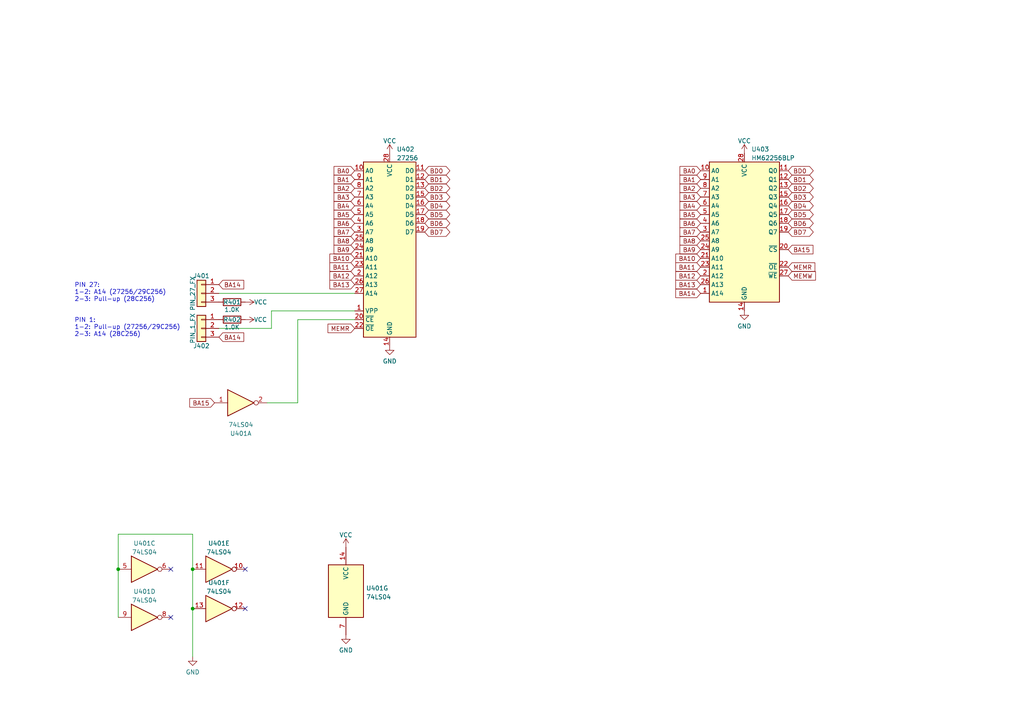
<source format=kicad_sch>
(kicad_sch (version 20211123) (generator eeschema)
  (paper "A4")
  (title_block (title "8088Min CPU Board") (date "2022-10-07") (rev "1.0-001") (comment 1 "8088 Minimum-mode SBC") (comment 2 "Based on design from Walter Fuller"))
  (lib_symbols
    (symbol "74xx:74LS04"
      (property "Reference" "U" (at 0 1.27 0))
      (property "Value" "74LS04" (at 0 -1.27 0))
      (symbol "74LS04_1_0"
        (polyline (pts (xy -3.81 3.81) (xy -3.81 -3.81) (xy 3.81 0) (xy -3.81 3.81)) (stroke (width 0.254)) (fill (type background)))
        (pin input line (at -7.62 0 0) (length 3.81) (name "~") (number "1"))
        (pin output inverted (at 7.62 0 180) (length 3.81) (name "~") (number "2"))
      )
      (symbol "74LS04_2_0"
        (polyline (pts (xy -3.81 3.81) (xy -3.81 -3.81) (xy 3.81 0) (xy -3.81 3.81)) (stroke (width 0.254)) (fill (type background)))
        (pin input line (at -7.62 0 0) (length 3.81) (name "~") (number "3"))
        (pin output inverted (at 7.62 0 180) (length 3.81) (name "~") (number "4"))
      )
      (symbol "74LS04_3_0"
        (polyline (pts (xy -3.81 3.81) (xy -3.81 -3.81) (xy 3.81 0) (xy -3.81 3.81)) (stroke (width 0.254)) (fill (type background)))
        (pin input line (at -7.62 0 0) (length 3.81) (name "~") (number "5"))
        (pin output inverted (at 7.62 0 180) (length 3.81) (name "~") (number "6"))
      )
      (symbol "74LS04_4_0"
        (polyline (pts (xy -3.81 3.81) (xy -3.81 -3.81) (xy 3.81 0) (xy -3.81 3.81)) (stroke (width 0.254)) (fill (type background)))
        (pin output inverted (at 7.62 0 180) (length 3.81) (name "~") (number "8"))
        (pin input line (at -7.62 0 0) (length 3.81) (name "~") (number "9"))
      )
      (symbol "74LS04_5_0"
        (polyline (pts (xy -3.81 3.81) (xy -3.81 -3.81) (xy 3.81 0) (xy -3.81 3.81)) (stroke (width 0.254)) (fill (type background)))
        (pin output inverted (at 7.62 0 180) (length 3.81) (name "~") (number "10"))
        (pin input line (at -7.62 0 0) (length 3.81) (name "~") (number "11"))
      )
      (symbol "74LS04_6_0"
        (polyline (pts (xy -3.81 3.81) (xy -3.81 -3.81) (xy 3.81 0) (xy -3.81 3.81)) (stroke (width 0.254)) (fill (type background)))
        (pin output inverted (at 7.62 0 180) (length 3.81) (name "~") (number "12"))
        (pin input line (at -7.62 0 0) (length 3.81) (name "~") (number "13"))
      )
      (symbol "74LS04_7_0"
        (pin power_in line (at 0 12.7 270) (length 5.08) (name "VCC") (number "14"))
        (pin power_in line (at 0 -12.7 90) (length 5.08) (name "GND") (number "7"))
      )
      (symbol "74LS04_7_1"
        (rectangle (start -5.08 7.62) (end 5.08 -7.62) (stroke (width 0.254)) (fill (type background)))
      )
    )
    (symbol "Connector_Generic:Conn_01x03" (pin_names (offset 1.016) hide)
      (property "Reference" "J" (at 0 5.08 0))
      (property "Value" "Conn_01x03" (at 0 -5.08 0))
      (symbol "Conn_01x03_1_1"
        (rectangle (start -1.27 -2.413) (end 0 -2.667) (stroke (width 0.1524)))
        (rectangle (start -1.27 0.127) (end 0 -0.127) (stroke (width 0.1524)))
        (rectangle (start -1.27 2.667) (end 0 2.413) (stroke (width 0.1524)))
        (rectangle (start -1.27 3.81) (end 1.27 -3.81) (stroke (width 0.254)) (fill (type background)))
        (pin passive line (at -5.08 2.54 0) (length 3.81) (name "Pin_1") (number "1"))
        (pin passive line (at -5.08 0 0) (length 3.81) (name "Pin_2") (number "2"))
        (pin passive line (at -5.08 -2.54 0) (length 3.81) (name "Pin_3") (number "3"))
      )
    )
    (symbol "Device:R" (pin_numbers hide) (pin_names (offset 0))
      (property "Reference" "R" (at 2.032 0 90))
      (property "Value" "R" (at 0 0 90))
      (symbol "R_0_1"
        (rectangle (start -1.016 -2.54) (end 1.016 2.54) (stroke (width 0.254)))
      )
      (symbol "R_1_1"
        (pin passive line (at 0 3.81 270) (length 1.27) (name "~") (number "1"))
        (pin passive line (at 0 -3.81 90) (length 1.27) (name "~") (number "2"))
      )
    )
    (symbol "Memory_EPROM:27256"
      (property "Reference" "U" (at -7.62 26.67 0))
      (property "Value" "27256" (at 2.54 -26.67 0))
      (symbol "27256_1_1"
        (rectangle (start -7.62 25.4) (end 7.62 -25.4) (stroke (width 0.254)) (fill (type background)))
        (pin input line (at -10.16 -17.78 0) (length 2.54) (name "VPP") (number "1"))
        (pin input line (at -10.16 22.86 0) (length 2.54) (name "A0") (number "10"))
        (pin tri_state line (at 10.16 22.86 180) (length 2.54) (name "D0") (number "11"))
        (pin tri_state line (at 10.16 20.32 180) (length 2.54) (name "D1") (number "12"))
        (pin tri_state line (at 10.16 17.78 180) (length 2.54) (name "D2") (number "13"))
        (pin power_in line (at 0 -27.94 90) (length 2.54) (name "GND") (number "14"))
        (pin tri_state line (at 10.16 15.24 180) (length 2.54) (name "D3") (number "15"))
        (pin tri_state line (at 10.16 12.7 180) (length 2.54) (name "D4") (number "16"))
        (pin tri_state line (at 10.16 10.16 180) (length 2.54) (name "D5") (number "17"))
        (pin tri_state line (at 10.16 7.62 180) (length 2.54) (name "D6") (number "18"))
        (pin tri_state line (at 10.16 5.08 180) (length 2.54) (name "D7") (number "19"))
        (pin input line (at -10.16 -7.62 0) (length 2.54) (name "A12") (number "2"))
        (pin input line (at -10.16 -20.32 0) (length 2.54) (name "~{CE}") (number "20"))
        (pin input line (at -10.16 -2.54 0) (length 2.54) (name "A10") (number "21"))
        (pin input line (at -10.16 -22.86 0) (length 2.54) (name "~{OE}") (number "22"))
        (pin input line (at -10.16 -5.08 0) (length 2.54) (name "A11") (number "23"))
        (pin input line (at -10.16 0 0) (length 2.54) (name "A9") (number "24"))
        (pin input line (at -10.16 2.54 0) (length 2.54) (name "A8") (number "25"))
        (pin input line (at -10.16 -10.16 0) (length 2.54) (name "A13") (number "26"))
        (pin input line (at -10.16 -12.7 0) (length 2.54) (name "A14") (number "27"))
        (pin power_in line (at 0 27.94 270) (length 2.54) (name "VCC") (number "28"))
        (pin input line (at -10.16 5.08 0) (length 2.54) (name "A7") (number "3"))
        (pin input line (at -10.16 7.62 0) (length 2.54) (name "A6") (number "4"))
        (pin input line (at -10.16 10.16 0) (length 2.54) (name "A5") (number "5"))
        (pin input line (at -10.16 12.7 0) (length 2.54) (name "A4") (number "6"))
        (pin input line (at -10.16 15.24 0) (length 2.54) (name "A3") (number "7"))
        (pin input line (at -10.16 17.78 0) (length 2.54) (name "A2") (number "8"))
        (pin input line (at -10.16 20.32 0) (length 2.54) (name "A1") (number "9"))
      )
    )
    (symbol "Memory_RAM:HM62256BLP"
      (property "Reference" "U" (at -10.16 20.955 0))
      (property "Value" "HM62256BLP" (at 2.54 20.955 0))
      (symbol "HM62256BLP_0_0"
        (pin power_in line (at 0 -22.86 90) (length 2.54) (name "GND") (number "14"))
        (pin power_in line (at 0 22.86 270) (length 2.54) (name "VCC") (number "28"))
      )
      (symbol "HM62256BLP_0_1"
        (rectangle (start -10.16 20.32) (end 10.16 -20.32) (stroke (width 0.254)) (fill (type background)))
      )
      (symbol "HM62256BLP_1_1"
        (pin input line (at -12.7 -17.78 0) (length 2.54) (name "A14") (number "1"))
        (pin input line (at -12.7 17.78 0) (length 2.54) (name "A0") (number "10"))
        (pin tri_state line (at 12.7 17.78 180) (length 2.54) (name "Q0") (number "11"))
        (pin tri_state line (at 12.7 15.24 180) (length 2.54) (name "Q1") (number "12"))
        (pin tri_state line (at 12.7 12.7 180) (length 2.54) (name "Q2") (number "13"))
        (pin tri_state line (at 12.7 10.16 180) (length 2.54) (name "Q3") (number "15"))
        (pin tri_state line (at 12.7 7.62 180) (length 2.54) (name "Q4") (number "16"))
        (pin tri_state line (at 12.7 5.08 180) (length 2.54) (name "Q5") (number "17"))
        (pin tri_state line (at 12.7 2.54 180) (length 2.54) (name "Q6") (number "18"))
        (pin tri_state line (at 12.7 0 180) (length 2.54) (name "Q7") (number "19"))
        (pin input line (at -12.7 -12.7 0) (length 2.54) (name "A12") (number "2"))
        (pin input line (at 12.7 -5.08 180) (length 2.54) (name "~{CS}") (number "20"))
        (pin input line (at -12.7 -7.62 0) (length 2.54) (name "A10") (number "21"))
        (pin input line (at 12.7 -10.16 180) (length 2.54) (name "~{OE}") (number "22"))
        (pin input line (at -12.7 -10.16 0) (length 2.54) (name "A11") (number "23"))
        (pin input line (at -12.7 -5.08 0) (length 2.54) (name "A9") (number "24"))
        (pin input line (at -12.7 -2.54 0) (length 2.54) (name "A8") (number "25"))
        (pin input line (at -12.7 -15.24 0) (length 2.54) (name "A13") (number "26"))
        (pin input line (at 12.7 -12.7 180) (length 2.54) (name "~{WE}") (number "27"))
        (pin input line (at -12.7 0 0) (length 2.54) (name "A7") (number "3"))
        (pin input line (at -12.7 2.54 0) (length 2.54) (name "A6") (number "4"))
        (pin input line (at -12.7 5.08 0) (length 2.54) (name "A5") (number "5"))
        (pin input line (at -12.7 7.62 0) (length 2.54) (name "A4") (number "6"))
        (pin input line (at -12.7 10.16 0) (length 2.54) (name "A3") (number "7"))
        (pin input line (at -12.7 12.7 0) (length 2.54) (name "A2") (number "8"))
        (pin input line (at -12.7 15.24 0) (length 2.54) (name "A1") (number "9"))
      )
    )
    (symbol "power:GND" (power) (pin_names (offset 0))
      (property "Value" "GND" (at 0 -3.81 0))
      (symbol "GND_0_1"
        (polyline (pts (xy 0 0) (xy 0 -1.27) (xy 1.27 -1.27) (xy 0 -2.54) (xy -1.27 -1.27) (xy 0 -1.27)))
      )
      (symbol "GND_1_1"
        (pin power_in line (at 0 0 270) (length 0) hide (name "GND") (number "1"))
      )
    )
    (symbol "power:VCC" (power) (pin_names (offset 0))
      (property "Value" "VCC" (at 0 3.81 0))
      (symbol "VCC_0_1"
        (polyline (pts (xy -0.762 1.27) (xy 0 2.54)))
        (polyline (pts (xy 0 0) (xy 0 2.54)))
        (polyline (pts (xy 0 2.54) (xy 0.762 1.27)))
      )
      (symbol "VCC_1_1"
        (pin power_in line (at 0 0 90) (length 0) hide (name "VCC") (number "1"))
      )
    )
  )
  (junction (at 55.88 176.53))
  (junction (at 55.88 165.1))
  (junction (at 34.29 165.1))
  (no_connect (at 49.53 165.1))
  (no_connect (at 49.53 179.07))
  (no_connect (at 71.12 165.1))
  (no_connect (at 71.12 176.53))
  (wire (pts (xy 55.88 176.53) (xy 55.88 190.5)))
  (wire (pts (xy 55.88 154.94) (xy 34.29 154.94)))
  (wire (pts (xy 86.36 92.71) (xy 102.87 92.71)))
  (wire (pts (xy 63.5 85.09) (xy 102.87 85.09)))
  (wire (pts (xy 55.88 165.1) (xy 55.88 154.94)))
  (wire (pts (xy 86.36 116.84) (xy 86.36 92.71)))
  (wire (pts (xy 78.74 90.17) (xy 102.87 90.17)))
  (wire (pts (xy 34.29 165.1) (xy 34.29 179.07)))
  (wire (pts (xy 78.74 95.25) (xy 78.74 90.17)))
  (wire (pts (xy 63.5 95.25) (xy 78.74 95.25)))
  (wire (pts (xy 34.29 154.94) (xy 34.29 165.1)))
  (wire (pts (xy 55.88 165.1) (xy 55.88 176.53)))
  (wire (pts (xy 77.47 116.84) (xy 86.36 116.84)))
  (text "PIN 27:\n1-2: A14 (27256/29C256)\n2-3: Pull-up (28C256)" (at 21.59 87.63 0) (effects (font (size 1.27 1.27)) (justify left bottom)))
  (text "PIN 1:\n1-2: Pull-up (27256/29C256)\n2-3: A14 (28C256)" (at 21.59 97.79 0) (effects (font (size 1.27 1.27)) (justify left bottom)))
  (global_label "BA5" (shape input) (at 102.87 62.23 180) (property "Intersheet References" "${INTERSHEET_REFS}" (effects hide)))
  (global_label "BA8" (shape input) (at 203.2 69.85 180) (property "Intersheet References" "${INTERSHEET_REFS}" (effects hide)))
  (global_label "BD5" (shape bidirectional) (at 123.19 62.23 0) (property "Intersheet References" "${INTERSHEET_REFS}" (effects hide)))
  (global_label "BA4" (shape input) (at 102.87 59.69 180) (property "Intersheet References" "${INTERSHEET_REFS}" (effects hide)))
  (global_label "BD6" (shape bidirectional) (at 228.6 64.77 0) (property "Intersheet References" "${INTERSHEET_REFS}" (effects hide)))
  (global_label "BA10" (shape input) (at 203.2 74.93 180) (property "Intersheet References" "${INTERSHEET_REFS}" (effects hide)))
  (global_label "BA1" (shape input) (at 102.87 52.07 180) (property "Intersheet References" "${INTERSHEET_REFS}" (effects hide)))
  (global_label "BA1" (shape input) (at 203.2 52.07 180) (property "Intersheet References" "${INTERSHEET_REFS}" (effects hide)))
  (global_label "BA11" (shape input) (at 203.2 77.47 180) (property "Intersheet References" "${INTERSHEET_REFS}" (effects hide)))
  (global_label "BD4" (shape bidirectional) (at 228.6 59.69 0) (property "Intersheet References" "${INTERSHEET_REFS}" (effects hide)))
  (global_label "BA2" (shape input) (at 203.2 54.61 180) (property "Intersheet References" "${INTERSHEET_REFS}" (effects hide)))
  (global_label "BA10" (shape input) (at 102.87 74.93 180) (property "Intersheet References" "${INTERSHEET_REFS}" (effects hide)))
  (global_label "BA6" (shape input) (at 102.87 64.77 180) (property "Intersheet References" "${INTERSHEET_REFS}" (effects hide)))
  (global_label "BA6" (shape input) (at 203.2 64.77 180) (property "Intersheet References" "${INTERSHEET_REFS}" (effects hide)))
  (global_label "BA13" (shape input) (at 203.2 82.55 180) (property "Intersheet References" "${INTERSHEET_REFS}" (effects hide)))
  (global_label "BD3" (shape bidirectional) (at 123.19 57.15 0) (property "Intersheet References" "${INTERSHEET_REFS}" (effects hide)))
  (global_label "BD2" (shape bidirectional) (at 123.19 54.61 0) (property "Intersheet References" "${INTERSHEET_REFS}" (effects hide)))
  (global_label "BA3" (shape input) (at 102.87 57.15 180) (property "Intersheet References" "${INTERSHEET_REFS}" (effects hide)))
  (global_label "BA14" (shape input) (at 203.2 85.09 180) (property "Intersheet References" "${INTERSHEET_REFS}" (effects hide)))
  (global_label "BA4" (shape input) (at 203.2 59.69 180) (property "Intersheet References" "${INTERSHEET_REFS}" (effects hide)))
  (global_label "MEMW" (shape input) (at 228.6 80.01 0) (property "Intersheet References" "${INTERSHEET_REFS}" (effects hide)))
  (global_label "BA5" (shape input) (at 203.2 62.23 180) (property "Intersheet References" "${INTERSHEET_REFS}" (effects hide)))
  (global_label "BD6" (shape bidirectional) (at 123.19 64.77 0) (property "Intersheet References" "${INTERSHEET_REFS}" (effects hide)))
  (global_label "BD0" (shape bidirectional) (at 123.19 49.53 0) (property "Intersheet References" "${INTERSHEET_REFS}" (effects hide)))
  (global_label "BA15" (shape input) (at 62.23 116.84 180) (property "Intersheet References" "${INTERSHEET_REFS}" (effects hide)))
  (global_label "BA8" (shape input) (at 102.87 69.85 180) (property "Intersheet References" "${INTERSHEET_REFS}" (effects hide)))
  (global_label "BD7" (shape bidirectional) (at 123.19 67.31 0) (property "Intersheet References" "${INTERSHEET_REFS}" (effects hide)))
  (global_label "BA9" (shape input) (at 203.2 72.39 180) (property "Intersheet References" "${INTERSHEET_REFS}" (effects hide)))
  (global_label "BA12" (shape input) (at 102.87 80.01 180) (property "Intersheet References" "${INTERSHEET_REFS}" (effects hide)))
  (global_label "BD4" (shape bidirectional) (at 123.19 59.69 0) (property "Intersheet References" "${INTERSHEET_REFS}" (effects hide)))
  (global_label "BA13" (shape input) (at 102.87 82.55 180) (property "Intersheet References" "${INTERSHEET_REFS}" (effects hide)))
  (global_label "BD3" (shape bidirectional) (at 228.6 57.15 0) (property "Intersheet References" "${INTERSHEET_REFS}" (effects hide)))
  (global_label "MEMR" (shape input) (at 228.6 77.47 0) (property "Intersheet References" "${INTERSHEET_REFS}" (effects hide)))
  (global_label "BA14" (shape input) (at 63.5 97.79 0) (property "Intersheet References" "${INTERSHEET_REFS}" (effects hide)))
  (global_label "BA14" (shape input) (at 63.5 82.55 0) (property "Intersheet References" "${INTERSHEET_REFS}" (effects hide)))
  (global_label "BA3" (shape input) (at 203.2 57.15 180) (property "Intersheet References" "${INTERSHEET_REFS}" (effects hide)))
  (global_label "BD0" (shape bidirectional) (at 228.6 49.53 0) (property "Intersheet References" "${INTERSHEET_REFS}" (effects hide)))
  (global_label "BA12" (shape input) (at 203.2 80.01 180) (property "Intersheet References" "${INTERSHEET_REFS}" (effects hide)))
  (global_label "BA2" (shape input) (at 102.87 54.61 180) (property "Intersheet References" "${INTERSHEET_REFS}" (effects hide)))
  (global_label "BA0" (shape input) (at 102.87 49.53 180) (property "Intersheet References" "${INTERSHEET_REFS}" (effects hide)))
  (global_label "MEMR" (shape input) (at 102.87 95.25 180) (property "Intersheet References" "${INTERSHEET_REFS}" (effects hide)))
  (global_label "BA15" (shape input) (at 228.6 72.39 0) (property "Intersheet References" "${INTERSHEET_REFS}" (effects hide)))
  (global_label "BA9" (shape input) (at 102.87 72.39 180) (property "Intersheet References" "${INTERSHEET_REFS}" (effects hide)))
  (global_label "BA0" (shape input) (at 203.2 49.53 180) (property "Intersheet References" "${INTERSHEET_REFS}" (effects hide)))
  (global_label "BA11" (shape input) (at 102.87 77.47 180) (property "Intersheet References" "${INTERSHEET_REFS}" (effects hide)))
  (global_label "BA7" (shape input) (at 102.87 67.31 180) (property "Intersheet References" "${INTERSHEET_REFS}" (effects hide)))
  (global_label "BD1" (shape bidirectional) (at 123.19 52.07 0) (property "Intersheet References" "${INTERSHEET_REFS}" (effects hide)))
  (global_label "BA7" (shape input) (at 203.2 67.31 180) (property "Intersheet References" "${INTERSHEET_REFS}" (effects hide)))
  (global_label "BD5" (shape bidirectional) (at 228.6 62.23 0) (property "Intersheet References" "${INTERSHEET_REFS}" (effects hide)))
  (global_label "BD2" (shape bidirectional) (at 228.6 54.61 0) (property "Intersheet References" "${INTERSHEET_REFS}" (effects hide)))
  (global_label "BD7" (shape bidirectional) (at 228.6 67.31 0) (property "Intersheet References" "${INTERSHEET_REFS}" (effects hide)))
  (global_label "BD1" (shape bidirectional) (at 228.6 52.07 0) (property "Intersheet References" "${INTERSHEET_REFS}" (effects hide)))
  (symbol (lib_id "power:GND") (at 215.9 90.17 0) (unit 1)
    (property "Reference" "#PWR0409" (effects hide))
    (property "Value" "GND" (at 215.9 94.6134 0))
  )
  (symbol (lib_id "power:VCC") (at 71.12 92.71 270) (unit 1)
    (property "Reference" "#PWR0403" (effects hide))
    (property "Value" "VCC" (at 77.47 92.71 90) (effects (justify right)))
  )
  (symbol (lib_id "power:GND") (at 100.33 184.15 0) (unit 1)
    (property "Reference" "#PWR0405" (effects hide))
    (property "Value" "GND" (at 100.33 188.5934 0))
  )
  (symbol (lib_id "Connector_Generic:Conn_01x03") (at 58.42 95.25 0) (mirror y) (unit 1)
    (property "Reference" "J402" (at 58.42 100.33 0))
    (property "Value" "PIN_1_FX" (at 55.88 95.25 90))
    (property "Footprint" "Connector_PinHeader_2.54mm:PinHeader_1x03_P2.54mm_Vertical" (effects hide))
  )
  (symbol (lib_id "Device:R") (at 67.31 87.63 90) (unit 1)
    (property "Reference" "R401" (at 67.31 87.63 90))
    (property "Value" "1.0K" (at 67.31 89.8089 90))
    (property "Footprint" "Resistor_THT:R_Axial_DIN0207_L6.3mm_D2.5mm_P7.62mm_Horizontal" (effects hide))
  )
  (symbol (lib_id "Connector_Generic:Conn_01x03") (at 58.42 85.09 0) (mirror y) (unit 1)
    (property "Reference" "J401" (at 58.42 80.01 0))
    (property "Value" "PIN_27_FX" (at 55.88 85.09 90))
    (property "Footprint" "Connector_PinHeader_2.54mm:PinHeader_1x03_P2.54mm_Vertical" (effects hide))
  )
  (symbol (lib_id "74xx:74LS04") (at 41.91 179.07 0) (unit 4)
    (property "Reference" "U401" (at 41.91 171.5602 0))
    (property "Value" "74LS04" (at 41.91 174.0971 0))
    (property "Footprint" "Package_DIP:DIP-14_W7.62mm_Socket" (effects hide))
    (property "Datasheet" "http://www.ti.com/lit/gpn/sn74LS04" (effects hide))
  )
  (symbol (lib_id "74xx:74LS04") (at 63.5 165.1 0) (unit 5)
    (property "Reference" "U401" (at 63.5 157.5902 0))
    (property "Value" "74LS04" (at 63.5 160.1271 0))
    (property "Footprint" "Package_DIP:DIP-14_W7.62mm_Socket" (effects hide))
    (property "Datasheet" "http://www.ti.com/lit/gpn/sn74LS04" (effects hide))
  )
  (symbol (lib_id "Device:R") (at 67.31 92.71 270) (unit 1)
    (property "Reference" "R402" (at 67.31 92.71 90))
    (property "Value" "1.0K" (at 67.31 94.8889 90))
    (property "Footprint" "Resistor_THT:R_Axial_DIN0207_L6.3mm_D2.5mm_P7.62mm_Horizontal" (effects hide))
  )
  (symbol (lib_id "power:VCC") (at 71.12 87.63 270) (unit 1)
    (property "Reference" "#PWR0402" (effects hide))
    (property "Value" "VCC" (at 73.66 87.63 90) (effects (justify left)))
  )
  (symbol (lib_id "Memory_RAM:HM62256BLP") (at 215.9 67.31 0) (unit 1)
    (property "Reference" "U403" (at 217.9194 43.2902 0) (effects (justify left)))
    (property "Value" "HM62256BLP" (at 217.9194 45.8271 0) (effects (justify left)))
    (property "Footprint" "Package_DIP:DIP-28_W15.24mm" (effects hide))
    (property "Datasheet" "https://web.mit.edu/6.115/www/document/62256.pdf" (effects hide))
  )
  (symbol (lib_id "74xx:74LS04") (at 63.5 176.53 0) (unit 6)
    (property "Reference" "U401" (at 63.5 169.0202 0))
    (property "Value" "74LS04" (at 63.5 171.5571 0))
    (property "Footprint" "Package_DIP:DIP-14_W7.62mm_Socket" (effects hide))
    (property "Datasheet" "http://www.ti.com/lit/gpn/sn74LS04" (effects hide))
  )
  (symbol (lib_id "Memory_EPROM:27256") (at 113.03 72.39 0) (unit 1)
    (property "Reference" "U402" (at 115.0494 43.2902 0) (effects (justify left)))
    (property "Value" "27256" (at 115.0494 45.8271 0) (effects (justify left)))
    (property "Footprint" "Package_DIP:DIP-28_W15.24mm" (effects hide))
    (property "Datasheet" "http://datasheet.octopart.com/D27256-2-Intel-datasheet-17852618.pdf" (effects hide))
  )
  (symbol (lib_id "power:VCC") (at 215.9 44.45 0) (unit 1)
    (property "Reference" "#PWR0408" (effects hide))
    (property "Value" "VCC" (at 215.9 40.8742 0))
  )
  (symbol (lib_id "power:VCC") (at 100.33 158.75 0) (unit 1)
    (property "Reference" "#PWR0404" (effects hide))
    (property "Value" "VCC" (at 100.33 155.1742 0))
  )
  (symbol (lib_id "74xx:74LS04") (at 69.85 116.84 0) (unit 1)
    (property "Reference" "U401" (at 69.85 125.73 0))
    (property "Value" "74LS04" (at 69.85 123.19 0))
    (property "Footprint" "Package_DIP:DIP-14_W7.62mm_Socket" (effects hide))
    (property "Datasheet" "http://www.ti.com/lit/gpn/sn74LS04" (effects hide))
  )
  (symbol (lib_id "74xx:74LS04") (at 41.91 165.1 0) (unit 3)
    (property "Reference" "U401" (at 41.91 157.5902 0))
    (property "Value" "74LS04" (at 41.91 160.1271 0))
    (property "Footprint" "Package_DIP:DIP-14_W7.62mm_Socket" (effects hide))
    (property "Datasheet" "http://www.ti.com/lit/gpn/sn74LS04" (effects hide))
  )
  (symbol (lib_id "power:GND") (at 55.88 190.5 0) (unit 1)
    (property "Reference" "#PWR0401" (effects hide))
    (property "Value" "GND" (at 55.88 194.9434 0))
  )
  (symbol (lib_id "74xx:74LS04") (at 100.33 171.45 0) (unit 7)
    (property "Reference" "U401" (at 106.172 170.6153 0) (effects (justify left)))
    (property "Value" "74LS04" (at 106.172 173.1522 0) (effects (justify left)))
    (property "Footprint" "Package_DIP:DIP-14_W7.62mm_Socket" (effects hide))
    (property "Datasheet" "http://www.ti.com/lit/gpn/sn74LS04" (effects hide))
  )
  (symbol (lib_id "power:VCC") (at 113.03 44.45 0) (unit 1)
    (property "Reference" "#PWR0406" (effects hide))
    (property "Value" "VCC" (at 113.03 40.8742 0))
  )
  (symbol (lib_id "power:GND") (at 113.03 100.33 0) (unit 1)
    (property "Reference" "#PWR0407" (effects hide))
    (property "Value" "GND" (at 113.03 104.7734 0))
  )
)
</source>
